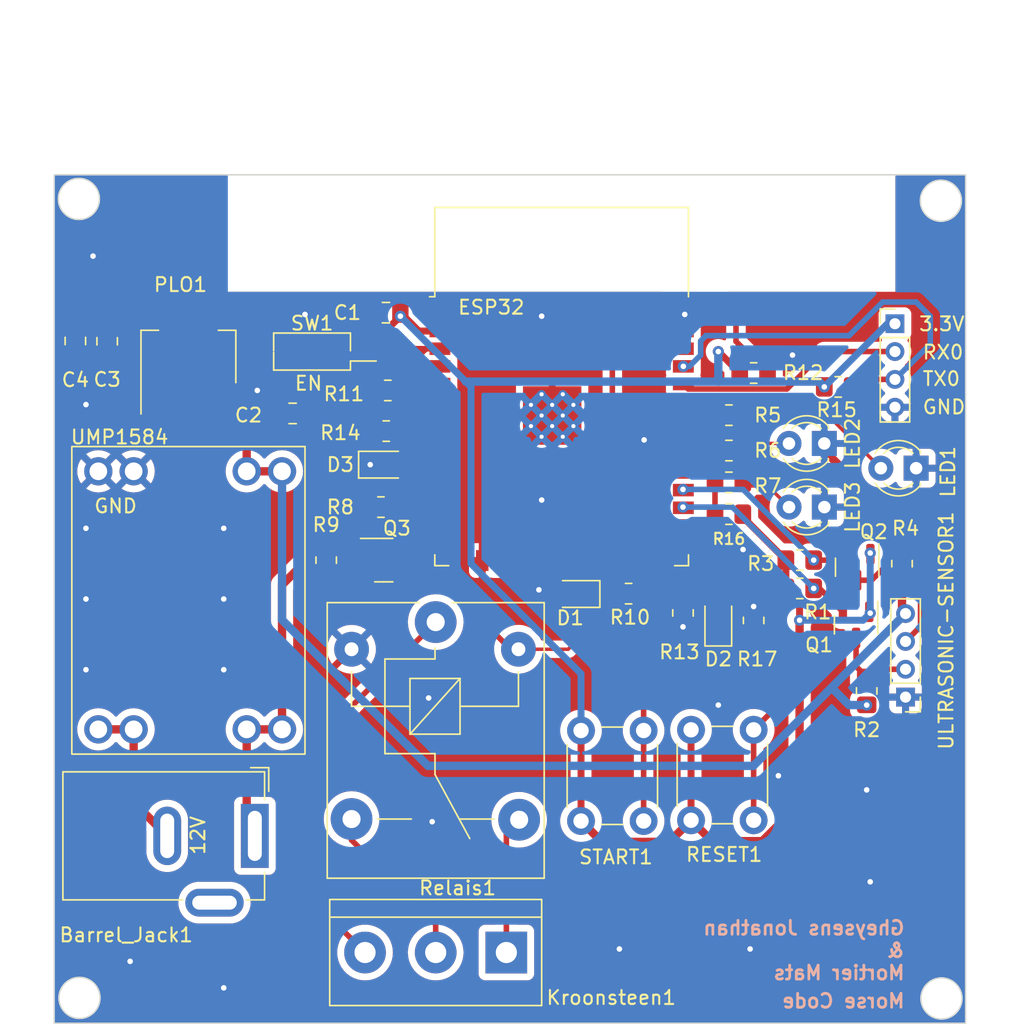
<source format=kicad_pcb>
(kicad_pcb (version 20221018) (generator pcbnew)
  (layers (0 "F.Cu" signal) (31 "B.Cu" signal) (34 "B.Paste" user) (35 "F.Paste" user) (36 "B.SilkS" user "B.Silkscreen") (37 "F.SilkS" user "F.Silkscreen") (38 "B.Mask" user) (39 "F.Mask" user) (44 "Edge.Cuts" user))
  (net 0 "")
  (net 1 "+3.3V")
  (net 2 "GND")
  (net 3 "VDD")
  (net 4 "Net-(D1-K)")
  (net 5 "GPIO2")
  (net 6 "RX0")
  (net 7 "TX0")
  (net 8 "/EN")
  (net 9 "GPIO0")
  (net 10 "GPIO5")
  (net 11 "Net-(D2-K)")
  (net 12 "Net-(D3-A)")
  (net 13 "Net-(Barrel_Jack1-Pad2)")
  (net 14 "Net-(LED1-A)")
  (net 15 "Net-(LED2-A)")
  (net 16 "Net-(LED3-A)")
  (net 17 "GPIO16")
  (net 18 "GPIO16-5V")
  (net 25 "GPIO17")
  (net 26 "GPIO17-5V")
  (net 27 "Net-(Q3-B)")
  (net 28 "GPIO18")
  (net 29 "GPIO19")
  (net 31 "GPIO32")
  (net 32 "GPIO4")
  (net 48 "+12V")
  (net 49 "Net-(Kroonsteen1-Pin_3)")
  (net 50 "Net-(Kroonsteen1-Pin_2)")
  (net 51 "Net-(Kroonsteen1-Pin_1)")
  (footprint "RF_Module:ESP32-WROOM-32" (layer "F.Cu") (at 64.935 48.685)
    (fp_text reference "ESP32")
    (fp_text value "ESP32-WROOM-32")
  )
  (footprint "Capacitor_SMD:C_0805_2012Metric_Pad1.18x1.45mm_HandSolder" (layer "F.Cu") (at 45.593 47.625)
    (fp_text reference "C2")
    (fp_text value "10uF")
  )
  (footprint "Library:U1584" (layer "F.Cu") (at 38.227 50.006)
    (fp_text reference "UMP1584")
    (fp_text value "MP1584")
  )
  (footprint "Package_TO_SOT_SMD:SOT-223-3_TabPin2" (layer "F.Cu") (at 38.1 43.561 90)
    (fp_text reference "PLO1")
    (fp_text value "AMS1117-3.3")
  )
  (footprint "LED_THT:LED_D3.0mm" (layer "F.Cu") (at 90.424 51.562 180)
    (fp_text reference "LED1")
    (fp_text value "YELLOW")
  )
  (footprint "Resistor_SMD:R_0805_2012Metric_Pad1.20x1.40mm_HandSolder" (layer "F.Cu") (at 82.058 60.198)
    (fp_text reference "R1")
    (fp_text value "10k")
  )
  (footprint "TerminalBlock:TerminalBlock_bornier-3_P5.08mm" (layer "F.Cu") (at 60.96 86.36 180)
    (fp_text reference "Kroonsteen1")
    (fp_text value "Screw_Terminal_01x03")
  )
  (footprint "Resistor_SMD:R_0805_2012Metric_Pad1.20x1.40mm_HandSolder" (layer "F.Cu") (at 84.82 45.72)
    (fp_text reference "R15")
    (fp_text value "10K")
  )
  (footprint "Connector_PinHeader_2.00mm:PinHeader_1x04_P2.00mm_Vertical" (layer "F.Cu") (at 88.9 41.18)
    (fp_text reference "J2" hide)
    (fp_text value "Conn_01x04_Pin")
  )
  (footprint "Resistor_SMD:R_0805_2012Metric_Pad1.20x1.40mm_HandSolder" (layer "F.Cu") (at 48.006 58.166 -90)
    (fp_text reference "R9")
    (fp_text value "1k")
  )
  (footprint "Button_Switch_SMD:SW_DIP_SPSTx01_Slide_Copal_CHS-01B_W7.62mm_P1.27mm" (layer "F.Cu") (at 46.99 43.18 180)
    (fp_text reference "SW1")
    (fp_text value "EN")
  )
  (footprint "Resistor_SMD:R_0805_2012Metric_Pad1.20x1.40mm_HandSolder" (layer "F.Cu") (at 86.868 67.564 90)
    (fp_text reference "R2")
    (fp_text value "10k")
  )
  (footprint "Relay_THT:Relay_SPDT_SANYOU_SRD_Series_Form_C" (layer "F.Cu") (at 55.88 62.62 -90)
    (fp_text reference "Relais1")
    (fp_text value "SANYOU_SRD_Form_C")
  )
  (footprint "Resistor_SMD:R_0805_2012Metric_Pad1.20x1.40mm_HandSolder" (layer "F.Cu") (at 76.962 47.752)
    (fp_text reference "R5")
    (fp_text value "270")
  )
  (footprint "Button_Switch_THT:SW_PUSH_6mm" (layer "F.Cu") (at 66.33 76.91 90)
    (fp_text reference "START1")
    (fp_text value "SW_Push")
  )
  (footprint "Resistor_SMD:R_0805_2012Metric_Pad1.20x1.40mm_HandSolder" (layer "F.Cu") (at 82.058 58.166)
    (fp_text reference "R3")
    (fp_text value "10k")
  )
  (footprint "Resistor_SMD:R_0805_2012Metric_Pad1.20x1.40mm_HandSolder" (layer "F.Cu") (at 76.962 50.292)
    (fp_text reference "R6")
    (fp_text value "270")
  )
  (footprint "Connector_PinHeader_2.00mm:PinHeader_1x04_P2.00mm_Vertical" (layer "F.Cu") (at 89.662 68.008 180)
    (fp_text reference "ULTRASONIC-SENSOR1")
    (fp_text value "Conn_01x04_Socket")
  )
  (footprint "Resistor_SMD:R_0805_2012Metric_Pad1.20x1.40mm_HandSolder" (layer "F.Cu") (at 78.74 62.5 90)
    (fp_text reference "R17")
    (fp_text value "1K")
  )
  (footprint "Package_TO_SOT_SMD:SOT-23" (layer "F.Cu") (at 86.1845 58.674 -90)
    (fp_text reference "Q2")
    (fp_text value "BSS138")
  )
  (footprint "Resistor_SMD:R_0805_2012Metric_Pad1.20x1.40mm_HandSolder" (layer "F.Cu") (at 52.324 48.895)
    (fp_text reference "R14")
    (fp_text value "1K")
  )
  (footprint "Resistor_SMD:R_0805_2012Metric_Pad1.20x1.40mm_HandSolder" (layer "F.Cu") (at 51.943 54.356)
    (fp_text reference "R8")
    (fp_text value "1k")
  )
  (footprint "Package_TO_SOT_SMD:SOT-23" (layer "F.Cu") (at 86.106 62.8165 -90)
    (fp_text reference "Q1")
    (fp_text value "BSS138")
  )
  (footprint "LED_THT:LED_D3.0mm" (layer "F.Cu") (at 83.82 49.784 180)
    (fp_text reference "LED2")
    (fp_text value "GREEN")
  )
  (footprint "Resistor_SMD:R_0805_2012Metric_Pad1.20x1.40mm_HandSolder" (layer "F.Cu") (at 76.962 52.578)
    (fp_text reference "R7")
    (fp_text value "270")
  )
  (footprint "LED_SMD:LED_0805_2012Metric_Pad1.15x1.40mm_HandSolder" (layer "F.Cu") (at 52.197 51.308)
    (fp_text reference "D3")
    (fp_text value "PWR")
  )
  (footprint "Capacitor_SMD:C_0805_2012Metric_Pad1.18x1.45mm_HandSolder" (layer "F.Cu") (at 52.3025 40.386 180)
    (fp_text reference "C1")
    (fp_text value "100uF/6.3V")
  )
  (footprint "Resistor_SMD:R_0805_2012Metric_Pad1.20x1.40mm_HandSolder" (layer "F.Cu") (at 89.408 58.42 90)
    (fp_text reference "R4")
    (fp_text value "10k")
  )
  (footprint "Resistor_SMD:R_0805_2012Metric_Pad1.20x1.40mm_HandSolder" (layer "F.Cu") (at 52.435 45.974)
    (fp_text reference "R11")
    (fp_text value "10K")
  )
  (footprint "Package_TO_SOT_SMD:SOT-23" (layer "F.Cu") (at 52.1485 58.166)
    (fp_text reference "Q3")
    (fp_text value "MMBT3906")
  )
  (footprint "Button_Switch_THT:SW_PUSH_6mm" (layer "F.Cu") (at 74.24 76.858 90)
    (fp_text reference "RESET1")
    (fp_text value "SW_Push")
  )
  (footprint "Connector_BarrelJack:BarrelJack_GCT_DCJ200-10-A_Horizontal" (layer "F.Cu") (at 42.876 77.978 -90)
    (fp_text reference "Barrel_Jack1")
    (fp_text value "Barrel_Jack")
  )
  (footprint "LED_SMD:LED_0805_2012Metric_Pad1.15x1.40mm_HandSolder" (layer "F.Cu") (at 76.2 62.475 90)
    (fp_text reference "D2")
    (fp_text value "BLUE")
  )
  (footprint "Capacitor_SMD:C_0805_2012Metric_Pad1.18x1.45mm_HandSolder" (layer "F.Cu") (at 29.972 42.418 -90)
    (fp_text reference "C4")
    (fp_text value "10uF")
  )
  (footprint "Resistor_SMD:R_0805_2012Metric_Pad1.20x1.40mm_HandSolder" (layer "F.Cu") (at 73.66 61.96 90)
    (fp_text reference "R13")
    (fp_text value "10K")
  )
  (footprint "Resistor_SMD:R_0805_2012Metric_Pad1.20x1.40mm_HandSolder" (layer "F.Cu") (at 69.75 60.575)
    (fp_text reference "R10")
    (fp_text value "1k")
  )
  (footprint "Diode_SMD:D_0805_2012Metric" (layer "F.Cu") (at 66 60.6 180)
    (fp_text reference "D1")
    (fp_text value "D")
  )
  (footprint "Resistor_SMD:R_0805_2012Metric_Pad1.20x1.40mm_HandSolder" (layer "F.Cu") (at 76.962 54.864 180)
    (fp_text reference "R16")
    (fp_text value "10K")
  )
  (footprint "LED_THT:LED_D3.0mm" (layer "F.Cu") (at 83.825 54.356 180)
    (fp_text reference "LED3")
    (fp_text value "RED")
  )
  (footprint "Resistor_SMD:R_0805_2012Metric_Pad1.20x1.40mm_HandSolder" (layer "F.Cu") (at 78.74 44.72)
    (fp_text reference "R12")
    (fp_text value "10K")
  )
  (footprint "Capacitor_SMD:C_0805_2012Metric_Pad1.18x1.45mm_HandSolder" (layer "F.Cu") (at 32.258 42.4395 90)
    (fp_text reference "C3")
    (fp_text value "100nF")
  )
  (gr_circle (center 92.244939 89.662) (end 93.514939 90.424) (stroke (width 0.1)) (fill none) (layer "Edge.Cuts"))
  (gr_circle (center 30.226 32.215061) (end 31.496 32.977061) (stroke (width 0.1)) (fill none) (layer "Edge.Cuts"))
  (gr_circle (center 92.202 32.342061) (end 93.472 33.104061) (stroke (width 0.1)) (fill none) (layer "Edge.Cuts"))
  (gr_rect (start 28.448 30.48) (end 93.98 91.44) (stroke (width 0.1)) (fill none) (layer "Edge.Cuts"))
  (gr_circle (center 30.268939 89.619061) (end 31.538939 90.381061) (stroke (width 0.1)) (fill none) (layer "Edge.Cuts"))
  (gr_text "Morse Code" (at 89.7 90.425) (layer "B.SilkS") (effects (font (size 1 1) (thickness 0.2) bold) (justify left bottom mirror)))
  (gr_text "Gheysens Jonathan\n&\nMortier Mats" (at 89.7 88.4) (layer "B.SilkS") (effects (font (size 1 1) (thickness 0.2) bold) (justify left bottom mirror)))
  (gr_text "12V\n" (at 39.375 79.425 90) (layer "F.SilkS") (effects (font (size 1 1)) (justify left bottom)))
  (gr_text "TX0" (at 90.805 45.72) (layer "F.SilkS") (effects (font (size 1 1)) (justify left bottom)))
  (gr_text "GND" (at 90.805 47.752) (layer "F.SilkS") (effects (font (size 1 1)) (justify left bottom)))
  (gr_text "RX0" (at 90.805 43.815) (layer "F.SilkS") (effects (font (size 1 1)) (justify left bottom)))
  (gr_text "3.3V" (at 90.551 41.783) (layer "F.SilkS") (effects (font (size 1 1)) (justify left bottom)))
  (gr_text "GND" (at 31.242 54.864) (layer "F.SilkS") (effects (font (size 1 1)) (justify left bottom)))
  (segment (start 51.435 45.974) (end 51.435 48.784) (width 0.5) (layer "F.Cu") (net 1))
  (segment (start 74.24 70.358) (end 74.24 76.858) (width 0.5) (layer "F.Cu") (net 1))
  (segment (start 77.962 55.07) (end 81.058 58.166) (width 0.5) (layer "F.Cu") (net 1))
  (segment (start 46.228 45.085) (end 49.403 41.91) (width 0.5) (layer "F.Cu") (net 1))
  (segment (start 67.83 78.41) (end 72.688 78.41) (width 0.6) (layer "F.Cu") (net 1))
  (segment (start 67.83 78.41) (end 66.33 76.91) (width 0.6) (layer "F.Cu") (net 1))
  (segment (start 54.659 41.705) (end 56.185 41.705) (width 0.5) (layer "F.Cu") (net 1))
  (segment (start 41.148 45.085) (end 45.212 45.085) (width 0.5) (layer "F.Cu") (net 1))
  (segment (start 72.688 78.41) (end 74.24 76.858) (width 0.6) (layer "F.Cu") (net 1))
  (segment (start 77.962 54.864) (end 77.962 55.07) (width 0.5) (layer "F.Cu") (net 1))
  (segment (start 51.435 48.784) (end 51.324 48.895) (width 0.5) (layer "F.Cu") (net 1))
  (segment (start 82.042 62.484) (end 82.042 61.182) (width 0.5) (layer "F.Cu") (net 1))
  (segment (start 51.34 45.879) (end 51.435 45.974) (width 0.5) (layer "F.Cu") (net 1))
  (segment (start 51.308 45.974) (end 51.435 45.974) (width 0.5) (layer "F.Cu") (net 1))
  (segment (start 53.34 40.386) (end 54.659 41.705) (width 0.5) (layer "F.Cu") (net 1))
  (segment (start 33.324 41.3805) (end 34.2935 40.411) (width 0.5) (layer "F.Cu") (net 1))
  (segment (start 82.042 75.677321) (end 82.042 62.484) (width 0.6) (layer "F.Cu") (net 1))
  (segment (start 45.212 45.085) (end 46.228 45.085) (width 0.5) (layer "F.Cu") (net 1))
  (segment (start 79.361321 78.358) (end 82.042 75.677321) (width 0.6) (layer "F.Cu") (net 1))
  (segment (start 66.33 76.91) (end 66.33 70.41) (width 0.5) (layer "F.Cu") (net 1))
  (segment (start 49.403 41.91) (end 52.07 41.91) (width 0.5) (layer "F.Cu") (net 1))
  (segment (start 77.74 44.72) (end 76.2 43.18) (width 0.5) (layer "F.Cu") (net 1))
  (segment (start 38.1 42.037) (end 38.1 46.711) (width 0.5) (layer "F.Cu") (net 1))
  (segment (start 74.24 76.858) (end 75.74 78.358) (width 0.6) (layer "F.Cu") (net 1))
  (segment (start 52.07 41.91) (end 53.34 40.64) (width 0.5) (layer "F.Cu") (net 1))
  (segment (start 82.042 61.182) (end 81.058 60.198) (width 0.5) (layer "F.Cu") (net 1))
  (segment (start 32.131 41.3805) (end 33.324 41.3805) (width 0.5) (layer "F.Cu") (net 1))
  (segment (start 32.2365 41.3805) (end 32.258 41.402) (width 0.5) (layer "F.Cu") (net 1))
  (segment (start 81.058 58.166) (end 81.058 60.198) (width 0.5) (layer "F.Cu") (net 1))
  (segment (start 50.419 45.085) (end 51.308 45.974) (width 0.5) (layer "F.Cu") (net 1))
  (segment (start 45.212 45.085) (end 50.419 45.085) (width 0.5) (layer "F.Cu") (net 1))
  (segment (start 38.1 40.411) (end 38.1 42.037) (width 0.5) (layer "F.Cu") (net 1))
  (segment (start 38.1 40.411) (end 34.2935 40.411) (width 0.5) (layer "F.Cu") (net 1))
  (segment (start 75.74 78.358) (end 79.361321 78.358) (width 0.6) (layer "F.Cu") (net 1))
  (segment (start 29.972 41.3805) (end 32.2365 41.3805) (width 0.5) (layer "F.Cu") (net 1))
  (segment (start 38.1 42.037) (end 41.148 45.085) (width 0.5) (layer "F.Cu") (net 1))
  (via (at 53.34 40.64) (size 0.8) (drill 0.4) (layers "F.Cu" "B.Cu") (net 1))
  (via (at 87.122 61.976) (size 0.8) (drill 0.4) (layers "F.Cu" "B.Cu") (net 1))
  (via (at 76.2 43.18) (size 0.8) (drill 0.4) (layers "F.Cu" "B.Cu") (net 1))
  (via (at 83.82 45.72) (size 0.8) (drill 0.4) (layers "F.Cu" "B.Cu") (net 1))
  (via (at 87.122 57.658) (size 0.8) (drill 0.4) (layers "F.Cu" "B.Cu") (net 1))
  (via (at 82.042 62.484) (size 0.8) (drill 0.4) (layers "F.Cu" "B.Cu") (net 1))
  (segment (start 82.042 62.484) (end 86.614 62.484) (width 0.5) (layer "B.Cu") (net 1))
  (segment (start 58.039 45.339) (end 53.34 40.64) (width 0.5) (layer "B.Cu") (net 1))
  (segment (start 83.439 45.339) (end 83.82 45.72) (width 0.6) (layer "B.Cu") (net 1))
  (segment (start 58.325 45.625) (end 58.039 45.339) (width 0.5) (layer "B.Cu") (net 1))
  (segment (start 88.9 41.18) (end 88.36 41.18) (width 0.5) (layer "B.Cu") (net 1))
  (segment (start 76.2 45.339) (end 83.439 45.339) (width 0.6) (layer "B.Cu") (net 1))
  (segment (start 58.42 45.625) (end 58.325 45.625) (width 0.5) (layer "B.Cu") (net 1))
  (segment (start 66.33 66.33) (end 58.42 58.42) (width 0.5) (layer "B.Cu") (net 1))
  (segment (start 83.82 45.72) (end 83.725 45.625) (width 0.5) (layer "B.Cu") (net 1))
  (segment (start 88.36 41.18) (end 83.82 45.72) (width 0.5) (layer "B.Cu") (net 1))
  (segment (start 58.039 45.339) (end 76.2 45.339) (width 0.6) (layer "B.Cu") (net 1))
  (segment (start 58.25 45.55) (end 58.039 45.339) (width 0.5) (layer "B.Cu") (net 1))
  (segment (start 87.122 61.976) (end 87.122 57.658) (width 0.5) (layer "B.Cu") (net 1))
  (segment (start 66.33 70.41) (end 66.33 66.33) (width 0.5) (layer "B.Cu") (net 1))
  (segment (start 76.2 45.339) (end 76.2 43.18) (width 0.6) (layer "B.Cu") (net 1))
  (segment (start 58.42 58.42) (end 58.42 45.625) (width 0.5) (layer "B.Cu") (net 1))
  (segment (start 86.614 62.484) (end 87.122 61.976) (width 0.5) (layer "B.Cu") (net 1))
  (segment (start 65.0175 46.25) (end 65.0175 47.0125) (width 0.6) (layer "F.Cu") (net 2))
  (segment (start 63.4925 47.0125) (end 64.255 47.775) (width 0.6) (layer "F.Cu") (net 2))
  (segment (start 83.82 50.292) (end 85.598 52.07) (width 0.6) (layer "F.Cu") (net 2))
  (segment (start 65.78 48.5375) (end 65.78 49.3) (width 0.4) (layer "F.Cu") (net 2))
  (segment (start 65.78 47.0125) (end 65.78 46.25) (width 0.4) (layer "F.Cu") (net 2))
  (segment (start 65.0175 47.0125) (end 64.255 47.775) (width 0.6) (layer "F.Cu") (net 2))
  (segment (start 83.82 49.784) (end 83.82 50.292) (width 0.6) (layer "F.Cu") (net 2))
  (segment (start 63.4925 49.3) (end 62.73 49.3) (width 0.4) (layer "F.Cu") (net 2))
  (segment (start 65.0175 46.25) (end 65.78 46.25) (width 0.4) (layer "F.Cu") (net 2))
  (segment (start 65.0175 49.3) (end 65.78 49.3) (width 0.4) (layer "F.Cu") (net 2))
  (segment (start 63.4925 46.25) (end 62.73 46.25) (width 0.4) (layer "F.Cu") (net 2))
  (segment (start 63.4925 46.25) (end 63.4925 47.0125) (width 0.6) (layer "F.Cu") (net 2))
  (via (at 30.734 46.99) (size 0.8) (drill 0.4) (layers "F.Cu" "B.Cu") (net 2))
  (via (at 78.74 61.5) (size 0.8) (drill 0.4) (layers "F.Cu" "B.Cu") (net 2))
  (via (at 80.518 73.66) (size 0.8) (drill 0.4) (layers "F.Cu" "B.Cu") (net 2))
  (via (at 77.978 57.404) (size 0.8) (drill 0.4) (layers "F.Cu" "B.Cu") (net 2))
  (via (at 81.534 43.434) (size 0.8) (drill 0.4) (layers "F.Cu" "B.Cu") (net 2))
  (via (at 33.909 86.995) (size 0.8) (drill 0.4) (layers "F.Cu" "B.Cu") (net 2))
  (via (at 55.626 76.962) (size 0.8) (drill 0.4) (layers "F.Cu" "B.Cu") (net 2))
  (via (at 40.64 60.96) (size 0.8) (drill 0.4) (layers "F.Cu" "B.Cu") (net 2))
  (via (at 73.787 40.513) (size 0.8) (drill 0.4) (layers "F.Cu" "B.Cu") (net 2))
  (via (at 70.866 49.53) (size 0.8) (drill 0.4) (layers "F.Cu" "B.Cu") (net 2))
  (via (at 76.2 68.58) (size 0.8) (drill 0.4) (layers "F.Cu" "B.Cu") (net 2))
  (via (at 73.66 62.96) (size 0.8) (drill 0.4) (layers "F.Cu" "B.Cu") (net 2))
  (via (at 31.242 36.322) (size 0.8) (drill 0.4) (layers "F.Cu" "B.Cu") (net 2))
  (via (at 78.486 86.106) (size 0.8) (drill 0.4) (layers "F.Cu" "B.Cu") (net 2))
  (via (at 30.734 60.96) (size 0.8) (drill 0.4) (layers "F.Cu" "B.Cu") (net 2))
  (via (at 30.734 66.04) (size 0.8) (drill 0.4) (layers "F.Cu" "B.Cu") (net 2))
  (via (at 63.5 53.848) (size 0.8) (drill 0.4) (layers "F.Cu" "B.Cu") (net 2))
  (via (at 40.64 66.04) (size 0.8) (drill 0.4) (layers "F.Cu" "B.Cu") (net 2))
  (via (at 63.3 60.3) (size 0.8) (drill 0.4) (layers "F.Cu" "B.Cu") (net 2))
  (via (at 43.053 45.974) (size 0.8) (drill 0.4) (layers "F.Cu" "B.Cu") (net 2))
  (via (at 63.5 40.64) (size 0.8) (drill 0.4) (layers "F.Cu" "B.Cu") (net 2))
  (via (at 86.868 74.676) (size 0.8) (drill 0.4) (layers "F.Cu" "B.Cu") (net 2))
  (via (at 46.482 40.513) (size 0.8) (drill 0.4) (layers "F.Cu" "B.Cu") (net 2))
  (via (at 69.088 86.106) (size 0.8) (drill 0.4) (layers "F.Cu" "B.Cu") (net 2))
  (via (at 55.372 68.072) (size 0.8) (drill 0.4) (layers "F.Cu" "B.Cu") (net 2))
  (via (at 87.122 81.28) (size 0.8) (drill 0.4) (layers "F.Cu" "B.Cu") (net 2))
  (via (at 40.64 55.88) (size 0.8) (drill 0.4) (layers "F.Cu" "B.Cu") (net 2))
  (via (at 30.734 55.88) (size 0.8) (drill 0.4) (layers "F.Cu" "B.Cu") (net 2))
  (via (at 40.64 88.9) (size 0.8) (drill 0.4) (layers "F.Cu" "B.Cu") (net 2))
  (via (at 51.172 51.308) (size 0.8) (drill 0.4) (layers "F.Cu" "B.Cu") (net 2))
  (segment (start 63.4925 46.25) (end 60.452 49.2905) (width 0.6) (layer "B.Cu") (net 2))
  (segment (start 65.0175 46.25) (end 67.818 49.0505) (width 0.6) (layer "B.Cu") (net 2))
  (segment (start 67.818 49.0505) (end 67.818 49.53) (width 0.6) (layer "B.Cu") (net 2))
  (segment (start 60.452 49.2905) (end 60.452 49.53) (width 0.6) (layer "B.Cu") (net 2))
  (segment (start 89.408 61.754) (end 89.662 62.008) (width 0.6) (layer "F.Cu") (net 3))
  (segment (start 89.408 59.42) (end 89.408 61.754) (width 0.6) (layer "F.Cu") (net 3))
  (segment (start 42.291 49.022) (end 43.688 47.625) (width 0.6) (layer "F.Cu") (net 3))
  (segment (start 42.291 48.602) (end 40.4 46.711) (width 0.6) (layer "F.Cu") (net 3))
  (segment (start 42.291 51.784) (end 44.831 51.784) (width 0.6) (layer "F.Cu") (net 3))
  (segment (start 42.291 49.022) (end 42.291 48.602) (width 0.6) (layer "F.Cu") (net 3))
  (segment (start 43.688 47.625) (end 44.5555 47.625) (width 0.6) (layer "F.Cu") (net 3))
  (segment (start 42.291 51.784) (end 42.291 49.022) (width 0.6) (layer "F.Cu") (net 3))
  (via (at 86.868 68.58) (size 0.8) (drill 0.4) (layers "F.Cu" "B.Cu") (net 3))
  (segment (start 55.321497 72.948503) (end 78.721497 72.948503) (width 0.6) (layer "B.Cu") (net 3))
  (segment (start 84.344 67.326) (end 89.662 62.008) (width 0.6) (layer "B.Cu") (net 3))
  (segment (start 55.321497 72.948503) (end 44.831 62.458006) (width 0.6) (layer "B.Cu") (net 3))
  (segment (start 84.344 67.326) (end 85.598 68.58) (width 0.6) (layer "B.Cu") (net 3))
  (segment (start 44.831 62.458006) (end 44.831 51.784) (width 0.6) (layer "B.Cu") (net 3))
  (segment (start 78.721497 72.948503) (end 84.344 67.326) (width 0.6) (layer "B.Cu") (net 3))
  (segment (start 85.598 68.58) (end 86.868 68.58) (width 0.6) (layer "B.Cu") (net 3))
  (segment (start 53.086 58.166) (end 54.483 59.563) (width 0.25) (layer "F.Cu") (net 4))
  (segment (start 66.975 63) (end 66.975 60.6375) (width 0.25) (layer "F.Cu") (net 4))
  (segment (start 66.975 60.6375) (end 66.9375 60.6) (width 0.25) (layer "F.Cu") (net 4))
  (segment (start 54.483 59.563) (end 56.261 59.563) (width 0.25) (layer "F.Cu") (net 4))
  (segment (start 57.404 60.706) (end 61.268 64.57) (width 0.4) (layer "F.Cu") (net 4))
  (segment (start 65.405 64.57) (end 66.975 63) (width 0.25) (layer "F.Cu") (net 4))
  (segment (start 61.268 64.57) (end 61.83 64.57) (width 0.4) (layer "F.Cu") (net 4))
  (segment (start 56.261 59.563) (end 57.404 60.706) (width 0.4) (layer "F.Cu") (net 4))
  (segment (start 68.75 60.575) (end 66.9625 60.575) (width 0.25) (layer "F.Cu") (net 4))
  (segment (start 66.9625 60.575) (end 66.9375 60.6) (width 0.25) (layer "F.Cu") (net 4))
  (segment (start 61.83 64.57) (end 65.405 64.57) (width 0.25) (layer "F.Cu") (net 4))
  (segment (start 73.66 60.96) (end 70.83 63.79) (width 0.4) (layer "F.Cu") (net 5))
  (segment (start 70.83 70.41) (end 70.83 76.91) (width 0.4) (layer "F.Cu") (net 5))
  (segment (start 75.71 60.96) (end 76.2 61.45) (width 0.4) (layer "F.Cu") (net 5))
  (segment (start 70.83 63.79) (end 70.83 70.41) (width 0.4) (layer "F.Cu") (net 5))
  (segment (start 70.655 58.195) (end 70.895 58.195) (width 0.4) (layer "F.Cu") (net 5))
  (segment (start 70.895 58.195) (end 73.66 60.96) (width 0.4) (layer "F.Cu") (net 5))
  (segment (start 73.66 60.96) (end 75.71 60.96) (width 0.4) (layer "F.Cu") (net 5))
  (segment (start 73.685 45.515) (end 73.915 45.745) (width 0.4) (layer "F.Cu") (net 6))
  (segment (start 73.685 45.515) (end 74.04 45.87) (width 0.4) (layer "F.Cu") (net 6))
  (segment (start 83.82 43.18) (end 88.9 43.18) (width 0.4) (layer "F.Cu") (net 6))
  (segment (start 74.04 45.87) (end 81.13 45.87) (width 0.4) (layer "F.Cu") (net 6))
  (segment (start 81.13 45.87) (end 83.82 43.18) (width 0.4) (layer "F.Cu") (net 6))
  (segment (start 86.36 45.18) (end 88.9 45.18) (width 0.4) (layer "F.Cu") (net 7))
  (segment (start 85.82 45.72) (end 86.36 45.18) (width 0.4) (layer "F.Cu") (net 7))
  (via (at 73.685 44.245) (size 0.8) (drill 0.4) (layers "F.Cu" "B.Cu") (net 7))
  (segment (start 74.93 43.434) (end 74.93 42.418) (width 0.4) (layer "B.Cu") (net 7))
  (segment (start 90.424 39.624) (end 91.44 40.64) (width 0.4) (layer "B.Cu") (net 7))
  (segment (start 75.311 42.037) (end 85.598 42.037) (width 0.4) (layer "B.Cu") (net 7))
  (segment (start 74.119 44.245) (end 74.93 43.434) (width 0.4) (layer "B.Cu") (net 7))
  (segment (start 88.011 39.624) (end 90.424 39.624) (width 0.4) (layer "B.Cu") (net 7))
  (segment (start 74.93 42.418) (end 75.311 42.037) (width 0.4) (layer "B.Cu") (net 7))
  (segment (start 73.685 44.245) (end 74.119 44.245) (width 0.4) (layer "B.Cu") (net 7))
  (segment (start 85.598 42.037) (end 88.011 39.624) (width 0.4) (layer "B.Cu") (net 7))
  (segment (start 91.44 40.64) (end 91.44 42.64) (width 0.4) (layer "B.Cu") (net 7))
  (segment (start 91.44 42.64) (end 88.9 45.18) (width 0.4) (layer "B.Cu") (net 7))
  (segment (start 55.185 42.975) (end 56.185 42.975) (width 0.4) (layer "F.Cu") (net 8))
  (segment (start 53.435 45.974) (end 53.467 45.974) (width 0.4) (layer "F.Cu") (net 8))
  (segment (start 56.185 42.975) (end 51.005 42.975) (width 0.4) (layer "F.Cu") (net 8))
  (segment (start 51.005 42.975) (end 50.8 43.18) (width 0.4) (layer "F.Cu") (net 8))
  (segment (start 54.483 43.677) (end 55.185 42.975) (width 0.4) (layer "F.Cu") (net 8))
  (segment (start 53.467 45.974) (end 54.483 44.958) (width 0.4) (layer "F.Cu") (net 8))
  (segment (start 54.483 44.958) (end 54.483 43.677) (width 0.4) (layer "F.Cu") (net 8))
  (segment (start 68.58 43.69) (end 68.58 52.84) (width 0.4) (layer "F.Cu") (net 9))
  (segment (start 77.47 40.64) (end 77.47 42.45) (width 0.4) (layer "F.Cu") (net 9))
  (segment (start 71.375 40.895) (end 68.58 43.69) (width 0.4) (layer "F.Cu") (net 9))
  (segment (start 72.61 39.66) (end 71.375 40.895) (width 0.4) (layer "F.Cu") (net 9))
  (segment (start 72.735 39.535) (end 71.375 40.895) (width 0.4) (layer "F.Cu") (net 9))
  (segment (start 77.47 40.64) (end 76.49 39.66) (width 0.4) (layer "F.Cu") (net 9))
  (segment (start 76.49 39.66) (end 76.365 39.535) (width 0.4) (layer "F.Cu") (net 9))
  (segment (start 77.47 42.45) (end 79.74 44.72) (width 0.4) (layer "F.Cu") (net 9))
  (segment (start 68.58 52.84) (end 72.685 56.945) (width 0.4) (layer "F.Cu") (net 9))
  (segment (start 76.365 39.535) (end 72.735 39.535) (width 0.4) (layer "F.Cu") (net 9))
  (segment (start 72.685 56.945) (end 73.685 56.945) (width 0.4) (layer "F.Cu") (net 9))
  (segment (start 75.0825 51.865) (end 76.0495 52.832) (width 0.25) (layer "F.Cu") (net 10))
  (segment (start 74.979 51.865) (end 73.685 51.865) (width 0.4) (layer "F.Cu") (net 10))
  (segment (start 75.962 52.578) (end 75.962 54.864) (width 0.4) (layer "F.Cu") (net 10))
  (segment (start 74.979 51.865) (end 75.0825 51.865) (width 0.25) (layer "F.Cu") (net 10))
  (segment (start 76.2 63.5) (end 78.74 63.5) (width 0.4) (layer "F.Cu") (net 11))
  (segment (start 53.222 48.997) (end 53.324 48.895) (width 0.4) (layer "F.Cu") (net 12))
  (segment (start 53.222 51.308) (end 53.222 48.997) (width 0.4) (layer "F.Cu") (net 12))
  (segment (start 34.163 75.565) (end 36.576 77.978) (width 0.6) (layer "F.Cu") (net 13))
  (segment (start 34.163 70.326) (end 34.163 75.565) (width 0.6) (layer "F.Cu") (net 13))
  (segment (start 31.623 70.326) (end 34.163 70.326) (width 0.6) (layer "F.Cu") (net 13))
  (segment (start 77.8745 47.752) (end 84.074 47.752) (width 0.25) (layer "F.Cu") (net 14))
  (segment (start 84.074 47.752) (end 87.884 51.562) (width 0.25) (layer "F.Cu") (net 14))
  (segment (start 78.3825 49.784) (end 81.28 49.784) (width 0.25) (layer "F.Cu") (net 15))
  (segment (start 77.8745 50.292) (end 78.3825 49.784) (width 0.25) (layer "F.Cu") (net 15))
  (segment (start 77.8745 52.832) (end 79.761 52.832) (width 0.25) (layer "F.Cu") (net 16))
  (segment (start 79.761 52.832) (end 81.285 54.356) (width 0.25) (layer "F.Cu") (net 16))
  (segment (start 83.058 60.198) (end 83.475 60.198) (width 0.4) (layer "F.Cu") (net 17))
  (segment (start 83.475 60.198) (end 85.156 61.879) (width 0.4) (layer "F.Cu") (net 17))
  (via (at 83.058 60.198) (size 0.8) (drill 0.4) (layers "F.Cu" "B.Cu") (net 17))
  (via (at 73.66 54.356) (size 0.8) (drill 0.4) (layers "F.Cu" "B.Cu") (net 17))
  (segment (start 77.216 54.356) (end 83.058 60.198) (width 0.4) (layer "B.Cu") (net 17))
  (segment (start 73.66 54.356) (end 77.216 54.356) (width 0.4) (layer "B.Cu") (net 17))
  (segment (start 87.424 66.008) (end 86.868 66.564) (width 0.4) (layer "F.Cu") (net 18))
  (segment (start 89.662 66.008) (end 87.424 66.008) (width 0.4) (layer "F.Cu") (net 18))
  (segment (start 86.106 63.754) (end 86.106 65.802) (width 0.4) (layer "F.Cu") (net 18))
  (segment (start 86.106 65.802) (end 86.868 66.564) (width 0.4) (layer "F.Cu") (net 18))
  (segment (start 84.805 58.166) (end 85.2345 57.7365) (width 0.4) (layer "F.Cu") (net 25))
  (segment (start 83.058 58.166) (end 84.805 58.166) (width 0.4) (layer "F.Cu") (net 25))
  (via (at 73.66 53.086) (size 0.8) (drill 0.4) (layers "F.Cu" "B.Cu") (net 25))
  (via (at 83.058 58.166) (size 0.8) (drill 0.4) (layers "F.Cu" "B.Cu") (net 25))
  (segment (start 77.978 53.086) (end 83.058 58.166) (width 0.4) (layer "B.Cu") (net 25))
  (segment (start 73.66 53.086) (end 77.978 53.086) (width 0.4) (layer "B.Cu") (net 25))
  (segment (start 89.408 57.42) (end 90.737 58.749) (width 0.4) (layer "F.Cu") (net 26))
  (segment (start 90.737 58.749) (end 90.737 62.933) (width 0.4) (layer "F.Cu") (net 26))
  (segment (start 90.737 62.933) (end 89.662 64.008) (width 0.4) (layer "F.Cu") (net 26))
  (segment (start 89.408 57.42) (end 87.2165 59.6115) (width 0.4) (layer "F.Cu") (net 26))
  (segment (start 87.2165 59.6115) (end 86.1845 59.6115) (width 0.4) (layer "F.Cu") (net 26))
  (segment (start 51.211 57.216) (end 51.211 54.624) (width 0.25) (layer "F.Cu") (net 27))
  (segment (start 51.211 54.624) (end 50.943 54.356) (width 0.25) (layer "F.Cu") (net 27))
  (segment (start 73.685 50.595) (end 75.7465 50.595) (width 0.25) (layer "F.Cu") (net 28))
  (segment (start 75.7465 50.595) (end 76.0495 50.292) (width 0.25) (layer "F.Cu") (net 28))
  (segment (start 74.389 49.325) (end 75.962 47.752) (width 0.4) (layer "F.Cu") (net 29))
  (segment (start 73.685 49.325) (end 74.389 49.325) (width 0.4) (layer "F.Cu") (net 29))
  (segment (start 54.61 49.9) (end 55.185 49.325) (width 0.4) (layer "F.Cu") (net 31))
  (segment (start 54.61 52.07) (end 54.61 51.562) (width 0.4) (layer "F.Cu") (net 31))
  (segment (start 52.8555 53.8245) (end 54.61 52.07) (width 0.4) (layer "F.Cu") (net 31))
  (segment (start 55.185 49.325) (end 56.185 49.325) (width 0.4) (layer "F.Cu") (net 31))
  (segment (start 54.61 51.562) (end 54.61 49.9) (width 0.4) (layer "F.Cu") (net 31))
  (segment (start 52.8555 54.356) (end 52.8555 53.8245) (width 0.4) (layer "F.Cu") (net 31))
  (segment (start 80.899 61.889) (end 80.6885 61.6785) (width 0.4) (layer "F.Cu") (net 32))
  (segment (start 78.74 76.858) (end 78.74 70.358) (width 0.4) (layer "F.Cu") (net 32))
  (segment (start 80.899 68.199) (end 78.74 70.358) (width 0.4) (layer "F.Cu") (net 32))
  (segment (start 80.899 61.889) (end 80.899 68.199) (width 0.4) (layer "F.Cu") (net 32))
  (segment (start 74.685 55.675) (end 80.6885 61.6785) (width 0.4) (layer "F.Cu") (net 32))
  (segment (start 73.685 55.675) (end 74.685 55.675) (width 0.4) (layer "F.Cu") (net 32))
  (segment (start 42.291 70.326) (end 42.291 77.393) (width 0.6) (layer "F.Cu") (net 48))
  (segment (start 42.291 70.326) (end 44.831 70.326) (width 0.6) (layer "F.Cu") (net 48))
  (segment (start 42.291 77.393) (end 42.876 77.978) (width 0.6) (layer "F.Cu") (net 48))
  (segment (start 48.006 57.166) (end 49.261 57.166) (width 0.6) (layer "F.Cu") (net 48))
  (segment (start 49.261 57.166) (end 51.211 59.116) (width 0.6) (layer "F.Cu") (net 48))
  (segment (start 47.609 57.166) (end 44.831 59.944) (width 0.6) (layer "F.Cu") (net 48))
  (segment (start 48.006 57.166) (end 47.609 57.166) (width 0.6) (layer "F.Cu") (net 48))
  (segment (start 44.831 70.326) (end 44.831 59.944) (width 0.6) (layer "F.Cu") (net 48))
  (segment (start 55.88 62.62) (end 48.005 70.495) (width 0.4) (layer "F.Cu") (net 49))
  (segment (start 45.9 72.6) (end 45.9 81.46) (width 0.4) (layer "F.Cu") (net 49))
  (segment (start 48.005 70.495) (end 45.9 72.6) (width 0.4) (layer "F.Cu") (net 49))
  (segment (start 45.9 81.46) (end 50.8 86.36) (width 0.4) (layer "F.Cu") (net 49))
  (segment (start 49.83 78.28) (end 55.88 84.33) (width 0.4) (layer "F.Cu") (net 50))
  (segment (start 55.88 84.33) (end 55.88 86.36) (width 0.4) (layer "F.Cu") (net 50))
  (segment (start 49.83 76.77) (end 49.83 78.28) (width 0.4) (layer "F.Cu") (net 50))
  (segment (start 60.96 77.74) (end 61.88 76.82) (width 0.4) (layer "F.Cu") (net 51))
  (segment (start 60.96 86.36) (end 60.96 77.74) (width 0.4) (layer "F.Cu") (net 51))
  (zone (net 2) (net_name "GND") (layer "F.Cu") (connect_pads (clearance 0.5)) (min_thickness 0.25) (fill yes (thermal_gap 0.5) (thermal_bridge_width 0.5))
    (polygon (pts (xy 28.448 30.48) (xy 93.98 30.48) (xy 93.98 91.44) (xy 28.448 91.44)))
  )
  (zone (net 2) (net_name "GND") (layer "B.Cu") (priority 1) (connect_pads (clearance 0.5)) (min_thickness 0.25) (fill yes (thermal_gap 0.5) (thermal_bridge_width 0.5))
    (polygon (pts (xy 28.448 30.48) (xy 93.98 30.48) (xy 93.98 91.44) (xy 28.448 91.44)))
  )
)
</source>
